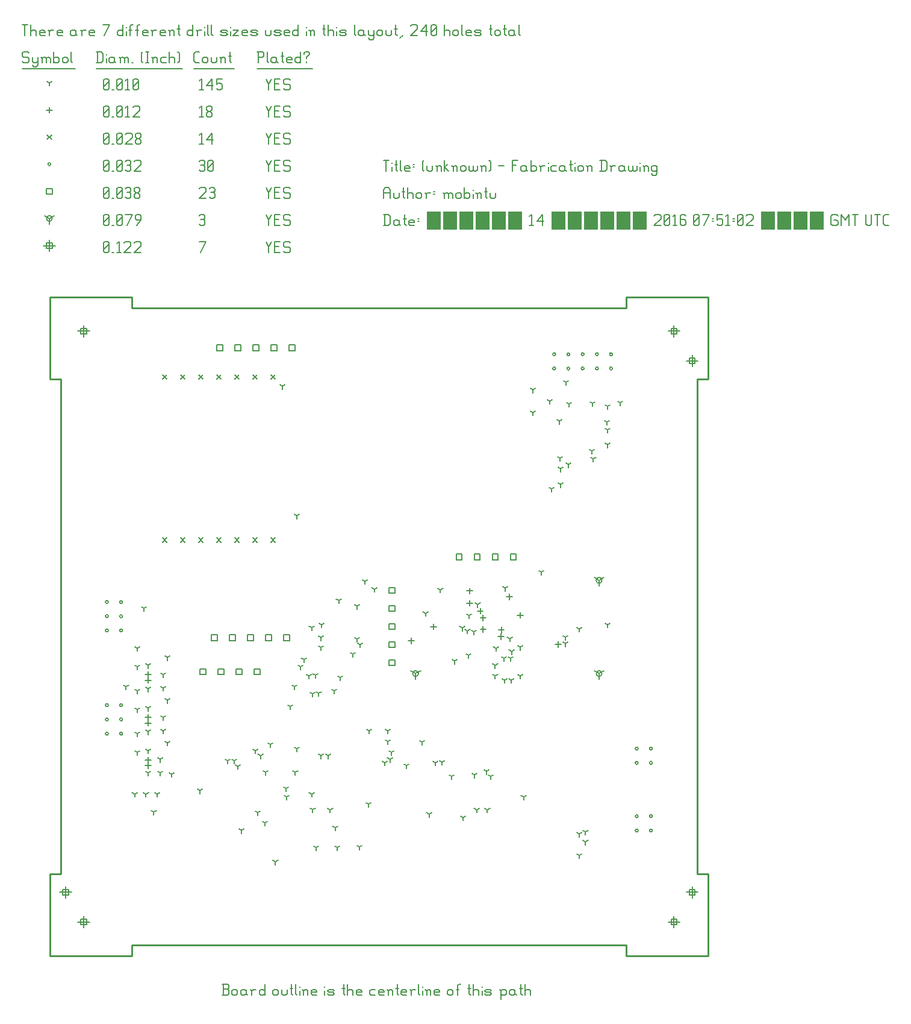
<source format=gbr>
G04 start of page 12 for group -3984 idx -3984 *
G04 Title: (unknown), fab *
G04 Creator: pcb 20140316 *
G04 CreationDate: Δευ 14 Μάρ 2016 07:51:02 μμ GMT UTC *
G04 For: mobintu *
G04 Format: Gerber/RS-274X *
G04 PCB-Dimensions (mm): 100.00 100.00 *
G04 PCB-Coordinate-Origin: lower left *
%MOMM*%
%FSLAX43Y43*%
%LNFAB*%
%ADD193C,0.002*%
%ADD192C,0.254*%
%ADD191C,0.191*%
%ADD190C,0.152*%
%ADD189C,0.203*%
%ADD188C,0.200*%
%ADD187C,0.200*%
G54D187*X3900Y84100D02*X5400D01*
X15400Y95600D02*Y94100D01*
X84900D01*
X3900Y84100D02*Y95600D01*
X15400D01*
X84900Y94100D02*Y95600D01*
X94900Y84100D02*Y14600D01*
Y84100D02*X96400D01*
G54D188*Y14600D02*X94900D01*
G54D187*X84900Y95600D02*X96400D01*
Y84100D01*
X5400Y14600D02*X3900D01*
X15400Y3100D02*Y4600D01*
X3900Y3100D02*X15400D01*
X3900D02*Y14600D01*
X5400Y84100D02*Y14600D01*
X15400Y4600D02*X84900D01*
Y3100D01*
X96400D01*
Y14600D01*
G54D189*X8650Y91663D02*Y90037D01*
X7837Y90850D02*X9463D01*
X8244Y91256D02*X9056D01*
X8244D02*Y90444D01*
X9056D01*
Y91256D02*Y90444D01*
X91650Y91663D02*Y90037D01*
X90837Y90850D02*X92463D01*
X91244Y91256D02*X92056D01*
X91244D02*Y90444D01*
X92056D01*
Y91256D02*Y90444D01*
X91650Y8663D02*Y7037D01*
X90837Y7850D02*X92463D01*
X91244Y8256D02*X92056D01*
X91244D02*Y7444D01*
X92056D01*
Y8256D02*Y7444D01*
X6100Y12833D02*Y11207D01*
X5287Y12020D02*X6912D01*
X5693Y12426D02*X6506D01*
X5693D02*Y11614D01*
X6506D01*
Y12426D02*Y11614D01*
X8650Y8663D02*Y7037D01*
X7837Y7850D02*X9463D01*
X8243Y8256D02*X9056D01*
X8243D02*Y7444D01*
X9056D01*
Y8256D02*Y7444D01*
X94200Y87493D02*Y85867D01*
X93387Y86680D02*X95013D01*
X93793Y87086D02*X94606D01*
X93793D02*Y86274D01*
X94606D01*
Y87086D02*Y86274D01*
X94200Y12833D02*Y11207D01*
X93387Y12020D02*X95013D01*
X93793Y12426D02*X94606D01*
X93793D02*Y11614D01*
X94606D01*
Y12426D02*Y11614D01*
X3810Y103670D02*Y102045D01*
X2997Y102858D02*X4623D01*
X3404Y103264D02*X4216D01*
X3404D02*Y102451D01*
X4216D01*
Y103264D02*Y102451D01*
G54D190*X34290Y103429D02*X34671Y102667D01*
X35052Y103429D01*
X34671Y102667D02*Y101905D01*
X35509Y102743D02*X36081D01*
X35509Y101905D02*X36271D01*
X35509Y103429D02*Y101905D01*
Y103429D02*X36271D01*
X37490D02*X37681Y103239D01*
X36919Y103429D02*X37490D01*
X36728Y103239D02*X36919Y103429D01*
X36728Y103239D02*Y102858D01*
X36919Y102667D01*
X37490D01*
X37681Y102477D01*
Y102096D01*
X37490Y101905D02*X37681Y102096D01*
X36919Y101905D02*X37490D01*
X36728Y102096D02*X36919Y101905D01*
X25082D02*X25844Y103429D01*
X24892D02*X25844D01*
X11430Y102096D02*X11620Y101905D01*
X11430Y103239D02*Y102096D01*
Y103239D02*X11620Y103429D01*
X12002D01*
X12192Y103239D01*
Y102096D01*
X12002Y101905D02*X12192Y102096D01*
X11620Y101905D02*X12002D01*
X11430Y102286D02*X12192Y103048D01*
X12649Y101905D02*X12840D01*
X13297Y103124D02*X13602Y103429D01*
Y101905D01*
X13297D02*X13868D01*
X14326Y103239D02*X14516Y103429D01*
X15088D01*
X15278Y103239D01*
Y102858D01*
X14326Y101905D02*X15278Y102858D01*
X14326Y101905D02*X15278D01*
X15735Y103239D02*X15926Y103429D01*
X16497D01*
X16688Y103239D01*
Y102858D01*
X15735Y101905D02*X16688Y102858D01*
X15735Y101905D02*X16688D01*
X81112Y55847D02*Y55034D01*
Y55847D02*X81816Y56253D01*
X81112Y55847D02*X80407Y56253D01*
X80705Y55847D02*G75*G03X81518Y55847I406J0D01*G01*
G75*G03X80705Y55847I-406J0D01*G01*
X55312Y42747D02*Y41934D01*
Y42747D02*X56016Y43153D01*
X55312Y42747D02*X54607Y43153D01*
X54905Y42747D02*G75*G03X55718Y42747I406J0D01*G01*
G75*G03X54905Y42747I-406J0D01*G01*
X81112D02*Y41934D01*
Y42747D02*X81816Y43153D01*
X81112Y42747D02*X80407Y43153D01*
X80705Y42747D02*G75*G03X81518Y42747I406J0D01*G01*
G75*G03X80705Y42747I-406J0D01*G01*
X3810Y106668D02*Y105855D01*
Y106668D02*X4514Y107074D01*
X3810Y106668D02*X3106Y107074D01*
X3404Y106668D02*G75*G03X4216Y106668I406J0D01*G01*
G75*G03X3404Y106668I-406J0D01*G01*
X34290Y107239D02*X34671Y106477D01*
X35052Y107239D01*
X34671Y106477D02*Y105715D01*
X35509Y106553D02*X36081D01*
X35509Y105715D02*X36271D01*
X35509Y107239D02*Y105715D01*
Y107239D02*X36271D01*
X37490D02*X37681Y107049D01*
X36919Y107239D02*X37490D01*
X36728Y107049D02*X36919Y107239D01*
X36728Y107049D02*Y106668D01*
X36919Y106477D01*
X37490D01*
X37681Y106287D01*
Y105906D01*
X37490Y105715D02*X37681Y105906D01*
X36919Y105715D02*X37490D01*
X36728Y105906D02*X36919Y105715D01*
X24892Y107049D02*X25082Y107239D01*
X25464D01*
X25654Y107049D01*
X25464Y105715D02*X25654Y105906D01*
X25082Y105715D02*X25464D01*
X24892Y105906D02*X25082Y105715D01*
Y106553D02*X25464D01*
X25654Y107049D02*Y106744D01*
Y106363D02*Y105906D01*
Y106363D02*X25464Y106553D01*
X25654Y106744D02*X25464Y106553D01*
X11430Y105906D02*X11620Y105715D01*
X11430Y107049D02*Y105906D01*
Y107049D02*X11620Y107239D01*
X12002D01*
X12192Y107049D01*
Y105906D01*
X12002Y105715D02*X12192Y105906D01*
X11620Y105715D02*X12002D01*
X11430Y106096D02*X12192Y106858D01*
X12649Y105715D02*X12840D01*
X13297Y105906D02*X13487Y105715D01*
X13297Y107049D02*Y105906D01*
Y107049D02*X13487Y107239D01*
X13868D01*
X14059Y107049D01*
Y105906D01*
X13868Y105715D02*X14059Y105906D01*
X13487Y105715D02*X13868D01*
X13297Y106096D02*X14059Y106858D01*
X14707Y105715D02*X15469Y107239D01*
X14516D02*X15469D01*
X16116Y105715D02*X16688Y106477D01*
Y107049D02*Y106477D01*
X16497Y107239D02*X16688Y107049D01*
X16116Y107239D02*X16497D01*
X15926Y107049D02*X16116Y107239D01*
X15926Y107049D02*Y106668D01*
X16116Y106477D01*
X16688D01*
X24993Y43406D02*X25806D01*
X24993D02*Y42594D01*
X25806D01*
Y43406D02*Y42594D01*
X27533Y43406D02*X28346D01*
X27533D02*Y42594D01*
X28346D01*
Y43406D02*Y42594D01*
X30073Y43406D02*X30886D01*
X30073D02*Y42594D01*
X30886D01*
Y43406D02*Y42594D01*
X32613Y43406D02*X33426D01*
X32613D02*Y42594D01*
X33426D01*
Y43406D02*Y42594D01*
X61013Y59556D02*X61826D01*
X61013D02*Y58744D01*
X61826D01*
Y59556D02*Y58744D01*
X63553Y59556D02*X64366D01*
X63553D02*Y58744D01*
X64366D01*
Y59556D02*Y58744D01*
X66093Y59556D02*X66906D01*
X66093D02*Y58744D01*
X66906D01*
Y59556D02*Y58744D01*
X68633Y59556D02*X69446D01*
X68633D02*Y58744D01*
X69446D01*
Y59556D02*Y58744D01*
X51593Y54836D02*X52406D01*
X51593D02*Y54024D01*
X52406D01*
Y54836D02*Y54024D01*
X51593Y52296D02*X52406D01*
X51593D02*Y51484D01*
X52406D01*
Y52296D02*Y51484D01*
X51593Y49756D02*X52406D01*
X51593D02*Y48944D01*
X52406D01*
Y49756D02*Y48944D01*
X51593Y47216D02*X52406D01*
X51593D02*Y46404D01*
X52406D01*
Y47216D02*Y46404D01*
X51593Y44676D02*X52406D01*
X51593D02*Y43864D01*
X52406D01*
Y44676D02*Y43864D01*
X37513Y88906D02*X38326D01*
X37513D02*Y88094D01*
X38326D01*
Y88906D02*Y88094D01*
X34973Y88906D02*X35786D01*
X34973D02*Y88094D01*
X35786D01*
Y88906D02*Y88094D01*
X32433Y88906D02*X33246D01*
X32433D02*Y88094D01*
X33246D01*
Y88906D02*Y88094D01*
X29893Y88906D02*X30706D01*
X29893D02*Y88094D01*
X30706D01*
Y88906D02*Y88094D01*
X27353Y88906D02*X28166D01*
X27353D02*Y88094D01*
X28166D01*
Y88906D02*Y88094D01*
X26633Y48206D02*X27446D01*
X26633D02*Y47394D01*
X27446D01*
Y48206D02*Y47394D01*
X29173Y48206D02*X29986D01*
X29173D02*Y47394D01*
X29986D01*
Y48206D02*Y47394D01*
X31713Y48206D02*X32526D01*
X31713D02*Y47394D01*
X32526D01*
Y48206D02*Y47394D01*
X34253Y48206D02*X35066D01*
X34253D02*Y47394D01*
X35066D01*
Y48206D02*Y47394D01*
X36793Y48206D02*X37606D01*
X36793D02*Y47394D01*
X37606D01*
Y48206D02*Y47394D01*
X3404Y110884D02*X4216D01*
X3404D02*Y110071D01*
X4216D01*
Y110884D02*Y110071D01*
X34290Y111049D02*X34671Y110287D01*
X35052Y111049D01*
X34671Y110287D02*Y109525D01*
X35509Y110363D02*X36081D01*
X35509Y109525D02*X36271D01*
X35509Y111049D02*Y109525D01*
Y111049D02*X36271D01*
X37490D02*X37681Y110859D01*
X36919Y111049D02*X37490D01*
X36728Y110859D02*X36919Y111049D01*
X36728Y110859D02*Y110478D01*
X36919Y110287D01*
X37490D01*
X37681Y110097D01*
Y109716D01*
X37490Y109525D02*X37681Y109716D01*
X36919Y109525D02*X37490D01*
X36728Y109716D02*X36919Y109525D01*
X24892Y110859D02*X25082Y111049D01*
X25654D01*
X25844Y110859D01*
Y110478D01*
X24892Y109525D02*X25844Y110478D01*
X24892Y109525D02*X25844D01*
X26302Y110859D02*X26492Y111049D01*
X26873D01*
X27064Y110859D01*
X26873Y109525D02*X27064Y109716D01*
X26492Y109525D02*X26873D01*
X26302Y109716D02*X26492Y109525D01*
Y110363D02*X26873D01*
X27064Y110859D02*Y110554D01*
Y110173D02*Y109716D01*
Y110173D02*X26873Y110363D01*
X27064Y110554D02*X26873Y110363D01*
X11430Y109716D02*X11620Y109525D01*
X11430Y110859D02*Y109716D01*
Y110859D02*X11620Y111049D01*
X12002D01*
X12192Y110859D01*
Y109716D01*
X12002Y109525D02*X12192Y109716D01*
X11620Y109525D02*X12002D01*
X11430Y109906D02*X12192Y110668D01*
X12649Y109525D02*X12840D01*
X13297Y109716D02*X13487Y109525D01*
X13297Y110859D02*Y109716D01*
Y110859D02*X13487Y111049D01*
X13868D01*
X14059Y110859D01*
Y109716D01*
X13868Y109525D02*X14059Y109716D01*
X13487Y109525D02*X13868D01*
X13297Y109906D02*X14059Y110668D01*
X14516Y110859D02*X14707Y111049D01*
X15088D01*
X15278Y110859D01*
X15088Y109525D02*X15278Y109716D01*
X14707Y109525D02*X15088D01*
X14516Y109716D02*X14707Y109525D01*
Y110363D02*X15088D01*
X15278Y110859D02*Y110554D01*
Y110173D02*Y109716D01*
Y110173D02*X15088Y110363D01*
X15278Y110554D02*X15088Y110363D01*
X15735Y109716D02*X15926Y109525D01*
X15735Y110020D02*Y109716D01*
Y110020D02*X16002Y110287D01*
X16231D01*
X16497Y110020D01*
Y109716D01*
X16307Y109525D02*X16497Y109716D01*
X15926Y109525D02*X16307D01*
X15735Y110554D02*X16002Y110287D01*
X15735Y110859D02*Y110554D01*
Y110859D02*X15926Y111049D01*
X16307D01*
X16497Y110859D01*
Y110554D01*
X16231Y110287D02*X16497Y110554D01*
X88197Y32200D02*G75*G03X88603Y32200I203J0D01*G01*
G75*G03X88197Y32200I-203J0D01*G01*
X86197D02*G75*G03X86603Y32200I203J0D01*G01*
G75*G03X86197Y32200I-203J0D01*G01*
X88197Y30200D02*G75*G03X88603Y30200I203J0D01*G01*
G75*G03X88197Y30200I-203J0D01*G01*
X86197D02*G75*G03X86603Y30200I203J0D01*G01*
G75*G03X86197Y30200I-203J0D01*G01*
X88197Y22700D02*G75*G03X88603Y22700I203J0D01*G01*
G75*G03X88197Y22700I-203J0D01*G01*
X86197D02*G75*G03X86603Y22700I203J0D01*G01*
G75*G03X86197Y22700I-203J0D01*G01*
X88197Y20700D02*G75*G03X88603Y20700I203J0D01*G01*
G75*G03X88197Y20700I-203J0D01*G01*
X86197D02*G75*G03X86603Y20700I203J0D01*G01*
G75*G03X86197Y20700I-203J0D01*G01*
X74597Y85600D02*G75*G03X75003Y85600I203J0D01*G01*
G75*G03X74597Y85600I-203J0D01*G01*
Y87600D02*G75*G03X75003Y87600I203J0D01*G01*
G75*G03X74597Y87600I-203J0D01*G01*
X76597Y85600D02*G75*G03X77003Y85600I203J0D01*G01*
G75*G03X76597Y85600I-203J0D01*G01*
Y87600D02*G75*G03X77003Y87600I203J0D01*G01*
G75*G03X76597Y87600I-203J0D01*G01*
X78597Y85600D02*G75*G03X79003Y85600I203J0D01*G01*
G75*G03X78597Y85600I-203J0D01*G01*
Y87600D02*G75*G03X79003Y87600I203J0D01*G01*
G75*G03X78597Y87600I-203J0D01*G01*
X80597Y85600D02*G75*G03X81003Y85600I203J0D01*G01*
G75*G03X80597Y85600I-203J0D01*G01*
Y87600D02*G75*G03X81003Y87600I203J0D01*G01*
G75*G03X80597Y87600I-203J0D01*G01*
X82597Y85600D02*G75*G03X83003Y85600I203J0D01*G01*
G75*G03X82597Y85600I-203J0D01*G01*
Y87600D02*G75*G03X83003Y87600I203J0D01*G01*
G75*G03X82597Y87600I-203J0D01*G01*
X11697Y34300D02*G75*G03X12103Y34300I203J0D01*G01*
G75*G03X11697Y34300I-203J0D01*G01*
X13697D02*G75*G03X14103Y34300I203J0D01*G01*
G75*G03X13697Y34300I-203J0D01*G01*
X11697Y36300D02*G75*G03X12103Y36300I203J0D01*G01*
G75*G03X11697Y36300I-203J0D01*G01*
X13697D02*G75*G03X14103Y36300I203J0D01*G01*
G75*G03X13697Y36300I-203J0D01*G01*
X11697Y38300D02*G75*G03X12103Y38300I203J0D01*G01*
G75*G03X11697Y38300I-203J0D01*G01*
X13697D02*G75*G03X14103Y38300I203J0D01*G01*
G75*G03X13697Y38300I-203J0D01*G01*
Y52800D02*G75*G03X14103Y52800I203J0D01*G01*
G75*G03X13697Y52800I-203J0D01*G01*
X11697D02*G75*G03X12103Y52800I203J0D01*G01*
G75*G03X11697Y52800I-203J0D01*G01*
X13697Y50800D02*G75*G03X14103Y50800I203J0D01*G01*
G75*G03X13697Y50800I-203J0D01*G01*
X11697D02*G75*G03X12103Y50800I203J0D01*G01*
G75*G03X11697Y50800I-203J0D01*G01*
X13697Y48800D02*G75*G03X14103Y48800I203J0D01*G01*
G75*G03X13697Y48800I-203J0D01*G01*
X11697D02*G75*G03X12103Y48800I203J0D01*G01*
G75*G03X11697Y48800I-203J0D01*G01*
X3607Y114288D02*G75*G03X4013Y114288I203J0D01*G01*
G75*G03X3607Y114288I-203J0D01*G01*
X34290Y114859D02*X34671Y114097D01*
X35052Y114859D01*
X34671Y114097D02*Y113335D01*
X35509Y114173D02*X36081D01*
X35509Y113335D02*X36271D01*
X35509Y114859D02*Y113335D01*
Y114859D02*X36271D01*
X37490D02*X37681Y114669D01*
X36919Y114859D02*X37490D01*
X36728Y114669D02*X36919Y114859D01*
X36728Y114669D02*Y114288D01*
X36919Y114097D01*
X37490D01*
X37681Y113907D01*
Y113526D01*
X37490Y113335D02*X37681Y113526D01*
X36919Y113335D02*X37490D01*
X36728Y113526D02*X36919Y113335D01*
X24892Y114669D02*X25082Y114859D01*
X25464D01*
X25654Y114669D01*
X25464Y113335D02*X25654Y113526D01*
X25082Y113335D02*X25464D01*
X24892Y113526D02*X25082Y113335D01*
Y114173D02*X25464D01*
X25654Y114669D02*Y114364D01*
Y113983D02*Y113526D01*
Y113983D02*X25464Y114173D01*
X25654Y114364D02*X25464Y114173D01*
X26111Y113526D02*X26302Y113335D01*
X26111Y114669D02*Y113526D01*
Y114669D02*X26302Y114859D01*
X26683D01*
X26873Y114669D01*
Y113526D01*
X26683Y113335D02*X26873Y113526D01*
X26302Y113335D02*X26683D01*
X26111Y113716D02*X26873Y114478D01*
X11430Y113526D02*X11620Y113335D01*
X11430Y114669D02*Y113526D01*
Y114669D02*X11620Y114859D01*
X12002D01*
X12192Y114669D01*
Y113526D01*
X12002Y113335D02*X12192Y113526D01*
X11620Y113335D02*X12002D01*
X11430Y113716D02*X12192Y114478D01*
X12649Y113335D02*X12840D01*
X13297Y113526D02*X13487Y113335D01*
X13297Y114669D02*Y113526D01*
Y114669D02*X13487Y114859D01*
X13868D01*
X14059Y114669D01*
Y113526D01*
X13868Y113335D02*X14059Y113526D01*
X13487Y113335D02*X13868D01*
X13297Y113716D02*X14059Y114478D01*
X14516Y114669D02*X14707Y114859D01*
X15088D01*
X15278Y114669D01*
X15088Y113335D02*X15278Y113526D01*
X14707Y113335D02*X15088D01*
X14516Y113526D02*X14707Y113335D01*
Y114173D02*X15088D01*
X15278Y114669D02*Y114364D01*
Y113983D02*Y113526D01*
Y113983D02*X15088Y114173D01*
X15278Y114364D02*X15088Y114173D01*
X15735Y114669D02*X15926Y114859D01*
X16497D01*
X16688Y114669D01*
Y114288D01*
X15735Y113335D02*X16688Y114288D01*
X15735Y113335D02*X16688D01*
X34995Y84705D02*X35605Y84095D01*
X34995D02*X35605Y84705D01*
X32455D02*X33065Y84095D01*
X32455D02*X33065Y84705D01*
X29915D02*X30525Y84095D01*
X29915D02*X30525Y84705D01*
X27375D02*X27985Y84095D01*
X27375D02*X27985Y84705D01*
X24835D02*X25445Y84095D01*
X24835D02*X25445Y84705D01*
X22295D02*X22905Y84095D01*
X22295D02*X22905Y84705D01*
X19755D02*X20365Y84095D01*
X19755D02*X20365Y84705D01*
X19755Y61805D02*X20365Y61195D01*
X19755D02*X20365Y61805D01*
X22295D02*X22905Y61195D01*
X22295D02*X22905Y61805D01*
X24835D02*X25445Y61195D01*
X24835D02*X25445Y61805D01*
X27375D02*X27985Y61195D01*
X27375D02*X27985Y61805D01*
X29915D02*X30525Y61195D01*
X29915D02*X30525Y61805D01*
X32455D02*X33065Y61195D01*
X32455D02*X33065Y61805D01*
X34995D02*X35605Y61195D01*
X34995D02*X35605Y61805D01*
X3505Y118402D02*X4115Y117793D01*
X3505D02*X4115Y118402D01*
X34290Y118669D02*X34671Y117907D01*
X35052Y118669D01*
X34671Y117907D02*Y117145D01*
X35509Y117983D02*X36081D01*
X35509Y117145D02*X36271D01*
X35509Y118669D02*Y117145D01*
Y118669D02*X36271D01*
X37490D02*X37681Y118479D01*
X36919Y118669D02*X37490D01*
X36728Y118479D02*X36919Y118669D01*
X36728Y118479D02*Y118098D01*
X36919Y117907D01*
X37490D01*
X37681Y117717D01*
Y117336D01*
X37490Y117145D02*X37681Y117336D01*
X36919Y117145D02*X37490D01*
X36728Y117336D02*X36919Y117145D01*
X24892Y118364D02*X25197Y118669D01*
Y117145D01*
X24892D02*X25464D01*
X25921Y117717D02*X26683Y118669D01*
X25921Y117717D02*X26873D01*
X26683Y118669D02*Y117145D01*
X11430Y117336D02*X11620Y117145D01*
X11430Y118479D02*Y117336D01*
Y118479D02*X11620Y118669D01*
X12002D01*
X12192Y118479D01*
Y117336D01*
X12002Y117145D02*X12192Y117336D01*
X11620Y117145D02*X12002D01*
X11430Y117526D02*X12192Y118288D01*
X12649Y117145D02*X12840D01*
X13297Y117336D02*X13487Y117145D01*
X13297Y118479D02*Y117336D01*
Y118479D02*X13487Y118669D01*
X13868D01*
X14059Y118479D01*
Y117336D01*
X13868Y117145D02*X14059Y117336D01*
X13487Y117145D02*X13868D01*
X13297Y117526D02*X14059Y118288D01*
X14516Y118479D02*X14707Y118669D01*
X15278D01*
X15469Y118479D01*
Y118098D01*
X14516Y117145D02*X15469Y118098D01*
X14516Y117145D02*X15469D01*
X15926Y117336D02*X16116Y117145D01*
X15926Y117640D02*Y117336D01*
Y117640D02*X16193Y117907D01*
X16421D01*
X16688Y117640D01*
Y117336D01*
X16497Y117145D02*X16688Y117336D01*
X16116Y117145D02*X16497D01*
X15926Y118174D02*X16193Y117907D01*
X15926Y118479D02*Y118174D01*
Y118479D02*X16116Y118669D01*
X16497D01*
X16688Y118479D01*
Y118174D01*
X16421Y117907D02*X16688Y118174D01*
X17700Y30206D02*Y29393D01*
X17293Y29800D02*X18106D01*
X17700Y31006D02*Y30193D01*
X17293Y30600D02*X18106D01*
X17700Y42206D02*Y41394D01*
X17293Y41800D02*X18106D01*
X17700Y43007D02*Y42194D01*
X17293Y42600D02*X18106D01*
X17700Y36206D02*Y35394D01*
X17293Y35800D02*X18106D01*
X17700Y37007D02*Y36194D01*
X17293Y36600D02*X18106D01*
X68511Y53953D02*Y53141D01*
X68105Y53547D02*X68918D01*
X70012Y51353D02*Y50540D01*
X69605Y50947D02*X70418D01*
X64811Y51003D02*Y50190D01*
X64405Y50597D02*X65218D01*
X67362Y49303D02*Y48490D01*
X66955Y48897D02*X67768D01*
X67312Y48353D02*Y47540D01*
X66905Y47947D02*X67718D01*
X64811Y49353D02*Y48540D01*
X64405Y48947D02*X65218D01*
X62911Y53053D02*Y52240D01*
X62505Y52647D02*X63318D01*
X62911Y54753D02*Y53940D01*
X62505Y54347D02*X63318D01*
X57811Y49753D02*Y48940D01*
X57405Y49347D02*X58218D01*
X64411Y51954D02*Y51141D01*
X64005Y51547D02*X64818D01*
X75350Y47256D02*Y46444D01*
X74943Y46850D02*X75756D01*
X54712Y47754D02*Y46941D01*
X54305Y47347D02*X55118D01*
X3810Y122314D02*Y121501D01*
X3404Y121908D02*X4216D01*
X34290Y122479D02*X34671Y121717D01*
X35052Y122479D01*
X34671Y121717D02*Y120955D01*
X35509Y121793D02*X36081D01*
X35509Y120955D02*X36271D01*
X35509Y122479D02*Y120955D01*
Y122479D02*X36271D01*
X37490D02*X37681Y122289D01*
X36919Y122479D02*X37490D01*
X36728Y122289D02*X36919Y122479D01*
X36728Y122289D02*Y121908D01*
X36919Y121717D01*
X37490D01*
X37681Y121527D01*
Y121146D01*
X37490Y120955D02*X37681Y121146D01*
X36919Y120955D02*X37490D01*
X36728Y121146D02*X36919Y120955D01*
X24892Y122174D02*X25197Y122479D01*
Y120955D01*
X24892D02*X25464D01*
X25921Y121146D02*X26111Y120955D01*
X25921Y121450D02*Y121146D01*
Y121450D02*X26187Y121717D01*
X26416D01*
X26683Y121450D01*
Y121146D01*
X26492Y120955D02*X26683Y121146D01*
X26111Y120955D02*X26492D01*
X25921Y121984D02*X26187Y121717D01*
X25921Y122289D02*Y121984D01*
Y122289D02*X26111Y122479D01*
X26492D01*
X26683Y122289D01*
Y121984D01*
X26416Y121717D02*X26683Y121984D01*
X11430Y121146D02*X11620Y120955D01*
X11430Y122289D02*Y121146D01*
Y122289D02*X11620Y122479D01*
X12002D01*
X12192Y122289D01*
Y121146D01*
X12002Y120955D02*X12192Y121146D01*
X11620Y120955D02*X12002D01*
X11430Y121336D02*X12192Y122098D01*
X12649Y120955D02*X12840D01*
X13297Y121146D02*X13487Y120955D01*
X13297Y122289D02*Y121146D01*
Y122289D02*X13487Y122479D01*
X13868D01*
X14059Y122289D01*
Y121146D01*
X13868Y120955D02*X14059Y121146D01*
X13487Y120955D02*X13868D01*
X13297Y121336D02*X14059Y122098D01*
X14516Y122174D02*X14821Y122479D01*
Y120955D01*
X14516D02*X15088D01*
X15545Y122289D02*X15735Y122479D01*
X16307D01*
X16497Y122289D01*
Y121908D01*
X15545Y120955D02*X16497Y121908D01*
X15545Y120955D02*X16497D01*
X18500Y23300D02*Y22894D01*
Y23300D02*X18852Y23503D01*
X18500Y23300D02*X18147Y23503D01*
X21000Y28600D02*Y28194D01*
Y28600D02*X21352Y28803D01*
X21000Y28600D02*X20648Y28803D01*
X19000Y25800D02*Y25394D01*
Y25800D02*X19352Y26003D01*
X19000Y25800D02*X18648Y26003D01*
X17400Y25800D02*Y25394D01*
Y25800D02*X17752Y26003D01*
X17400Y25800D02*X17047Y26003D01*
X37100Y26600D02*Y26194D01*
Y26600D02*X37452Y26803D01*
X37100Y26600D02*X36747Y26803D01*
X35600Y16300D02*Y15894D01*
Y16300D02*X35952Y16503D01*
X35600Y16300D02*X35248Y16503D01*
X51400Y33200D02*Y32794D01*
Y33200D02*X51752Y33403D01*
X51400Y33200D02*X51048Y33403D01*
X51400Y34700D02*Y34294D01*
Y34700D02*X51752Y34903D01*
X51400Y34700D02*X51048Y34903D01*
X37200Y25400D02*Y24994D01*
Y25400D02*X37552Y25603D01*
X37200Y25400D02*X36847Y25603D01*
X40850Y23650D02*Y23244D01*
Y23650D02*X41202Y23853D01*
X40850Y23650D02*X40497Y23853D01*
X40700Y25800D02*Y25394D01*
Y25800D02*X41052Y26003D01*
X40700Y25800D02*X40348Y26003D01*
X38400Y28900D02*Y28494D01*
Y28900D02*X38752Y29103D01*
X38400Y28900D02*X38048Y29103D01*
X25000Y26300D02*Y25894D01*
Y26300D02*X25352Y26503D01*
X25000Y26300D02*X24648Y26503D01*
X37700Y38100D02*Y37694D01*
Y38100D02*X38052Y38303D01*
X37700Y38100D02*X37348Y38303D01*
X34200Y28900D02*Y28494D01*
Y28900D02*X34552Y29103D01*
X34200Y28900D02*X33847Y29103D01*
X41300Y18300D02*Y17894D01*
Y18300D02*X41652Y18503D01*
X41300Y18300D02*X40948Y18503D01*
X44300Y18300D02*Y17894D01*
Y18300D02*X44652Y18503D01*
X44300Y18300D02*X43948Y18503D01*
X44000Y21100D02*Y20694D01*
Y21100D02*X44352Y21303D01*
X44000Y21100D02*X43648Y21303D01*
X48678Y24409D02*Y24003D01*
Y24409D02*X49030Y24612D01*
X48678Y24409D02*X48326Y24612D01*
X43300Y23600D02*Y23194D01*
Y23600D02*X43652Y23803D01*
X43300Y23600D02*X42948Y23803D01*
X38600Y32200D02*Y31794D01*
Y32200D02*X38952Y32403D01*
X38600Y32200D02*X38248Y32403D01*
X34900Y32800D02*Y32394D01*
Y32800D02*X35252Y33003D01*
X34900Y32800D02*X34548Y33003D01*
X33100Y23200D02*Y22794D01*
Y23200D02*X33452Y23403D01*
X33100Y23200D02*X32748Y23403D01*
X80200Y80700D02*Y80294D01*
Y80700D02*X80552Y80903D01*
X80200Y80700D02*X79848Y80903D01*
X76434Y83642D02*Y83236D01*
Y83642D02*X76787Y83846D01*
X76434Y83642D02*X76082Y83846D01*
X76900Y80600D02*Y80194D01*
Y80600D02*X77252Y80804D01*
X76900Y80600D02*X76548Y80804D01*
X74200Y81000D02*Y80594D01*
Y81000D02*X74552Y81203D01*
X74200Y81000D02*X73848Y81203D01*
X75500Y78200D02*Y77794D01*
Y78200D02*X75852Y78403D01*
X75500Y78200D02*X75148Y78403D01*
X82300Y80300D02*Y79894D01*
Y80300D02*X82652Y80503D01*
X82300Y80300D02*X81948Y80503D01*
X82200Y78100D02*Y77694D01*
Y78100D02*X82552Y78303D01*
X82200Y78100D02*X81848Y78303D01*
X82300Y77000D02*Y76594D01*
Y77000D02*X82652Y77203D01*
X82300Y77000D02*X81948Y77203D01*
X84100Y80800D02*Y80394D01*
Y80800D02*X84452Y81003D01*
X84100Y80800D02*X83748Y81003D01*
X76800Y72100D02*Y71694D01*
Y72100D02*X77152Y72303D01*
X76800Y72100D02*X76448Y72303D01*
X80300Y72900D02*Y72494D01*
Y72900D02*X80652Y73103D01*
X80300Y72900D02*X79948Y73103D01*
X80100Y74000D02*Y73594D01*
Y74000D02*X80452Y74203D01*
X80100Y74000D02*X79748Y74203D01*
X75600Y73000D02*Y72594D01*
Y73000D02*X75952Y73203D01*
X75600Y73000D02*X75248Y73203D01*
X71800Y79400D02*Y78994D01*
Y79400D02*X72152Y79603D01*
X71800Y79400D02*X71448Y79603D01*
X82300Y74900D02*Y74494D01*
Y74900D02*X82652Y75103D01*
X82300Y74900D02*X81948Y75103D01*
X71800Y82600D02*Y82194D01*
Y82600D02*X72152Y82804D01*
X71800Y82600D02*X71448Y82804D01*
X17700Y28800D02*Y28394D01*
Y28800D02*X18052Y29003D01*
X17700Y28800D02*X17348Y29003D01*
X19400Y28800D02*Y28394D01*
Y28800D02*X19752Y29003D01*
X19400Y28800D02*X19048Y29003D01*
X17700Y31900D02*Y31494D01*
Y31900D02*X18052Y32103D01*
X17700Y31900D02*X17348Y32103D01*
X17700Y34600D02*Y34194D01*
Y34600D02*X18052Y34803D01*
X17700Y34600D02*X17348Y34803D01*
X17700Y37900D02*Y37494D01*
Y37900D02*X18052Y38103D01*
X17700Y37900D02*X17348Y38103D01*
X17700Y40600D02*Y40194D01*
Y40600D02*X18052Y40803D01*
X17700Y40600D02*X17348Y40803D01*
X17700Y43900D02*Y43494D01*
Y43900D02*X18052Y44103D01*
X17700Y43900D02*X17348Y44103D01*
X20400Y33000D02*Y32594D01*
Y33000D02*X20752Y33203D01*
X20400Y33000D02*X20048Y33203D01*
X20400Y39000D02*Y38594D01*
Y39000D02*X20752Y39203D01*
X20400Y39000D02*X20048Y39203D01*
X19800Y40700D02*Y40294D01*
Y40700D02*X20152Y40903D01*
X19800Y40700D02*X19448Y40903D01*
X19800Y42600D02*Y42194D01*
Y42600D02*X20152Y42803D01*
X19800Y42600D02*X19448Y42803D01*
X19800Y34700D02*Y34294D01*
Y34700D02*X20152Y34903D01*
X19800Y34700D02*X19448Y34903D01*
X19800Y36600D02*Y36194D01*
Y36600D02*X20152Y36803D01*
X19800Y36600D02*X19448Y36803D01*
X20400Y45000D02*Y44594D01*
Y45000D02*X20752Y45203D01*
X20400Y45000D02*X20048Y45203D01*
X19400Y30700D02*Y30294D01*
Y30700D02*X19752Y30903D01*
X19400Y30700D02*X19048Y30903D01*
X14600Y40900D02*Y40494D01*
Y40900D02*X14952Y41103D01*
X14600Y40900D02*X14248Y41103D01*
X16200Y40300D02*Y39894D01*
Y40300D02*X16552Y40503D01*
X16200Y40300D02*X15848Y40503D01*
X16200Y37700D02*Y37294D01*
Y37700D02*X16552Y37903D01*
X16200Y37700D02*X15848Y37903D01*
X16200Y43700D02*Y43294D01*
Y43700D02*X16552Y43903D01*
X16200Y43700D02*X15848Y43903D01*
X16200Y34300D02*Y33894D01*
Y34300D02*X16552Y34503D01*
X16200Y34300D02*X15848Y34503D01*
X16200Y31700D02*Y31294D01*
Y31700D02*X16552Y31903D01*
X16200Y31700D02*X15848Y31903D01*
X16200Y46300D02*Y45894D01*
Y46300D02*X16552Y46503D01*
X16200Y46300D02*X15848Y46503D01*
X30300Y29700D02*Y29294D01*
Y29700D02*X30652Y29903D01*
X30300Y29700D02*X29948Y29903D01*
X29800Y30500D02*Y30094D01*
Y30500D02*X30152Y30703D01*
X29800Y30500D02*X29448Y30703D01*
X28900Y30500D02*Y30094D01*
Y30500D02*X29252Y30703D01*
X28900Y30500D02*X28548Y30703D01*
X47500Y46800D02*Y46394D01*
Y46800D02*X47852Y47003D01*
X47500Y46800D02*X47148Y47003D01*
X51900Y31700D02*Y31294D01*
Y31700D02*X52252Y31903D01*
X51900Y31700D02*X51548Y31903D01*
X51700Y30700D02*Y30294D01*
Y30700D02*X52052Y30903D01*
X51700Y30700D02*X51348Y30903D01*
X65900Y28300D02*Y27894D01*
Y28300D02*X66252Y28503D01*
X65900Y28300D02*X65548Y28503D01*
X59000Y30300D02*Y29894D01*
Y30300D02*X59352Y30503D01*
X59000Y30300D02*X58648Y30503D01*
X60400Y28300D02*Y27894D01*
Y28300D02*X60752Y28503D01*
X60400Y28300D02*X60048Y28503D01*
X65400Y23600D02*Y23194D01*
Y23600D02*X65752Y23803D01*
X65400Y23600D02*X65048Y23803D01*
X63900Y23600D02*Y23194D01*
Y23600D02*X64252Y23803D01*
X63900Y23600D02*X63548Y23803D01*
X63600Y28500D02*Y28094D01*
Y28500D02*X63952Y28703D01*
X63600Y28500D02*X63248Y28703D01*
X57200Y23000D02*Y22594D01*
Y23000D02*X57552Y23203D01*
X57200Y23000D02*X56848Y23203D01*
X62000Y22500D02*Y22094D01*
Y22500D02*X62352Y22703D01*
X62000Y22500D02*X61648Y22703D01*
X58100Y30200D02*Y29794D01*
Y30200D02*X58452Y30403D01*
X58100Y30200D02*X57748Y30403D01*
X65300Y29000D02*Y28594D01*
Y29000D02*X65652Y29203D01*
X65300Y29000D02*X64948Y29203D01*
X70500Y25400D02*Y24994D01*
Y25400D02*X70852Y25603D01*
X70500Y25400D02*X70148Y25603D01*
X47400Y18400D02*Y17994D01*
Y18400D02*X47752Y18603D01*
X47400Y18400D02*X47048Y18603D01*
X78300Y17200D02*Y16794D01*
Y17200D02*X78652Y17403D01*
X78300Y17200D02*X77948Y17403D01*
X79200Y19100D02*Y18694D01*
Y19100D02*X79552Y19303D01*
X79200Y19100D02*X78848Y19303D01*
X79200Y20500D02*Y20094D01*
Y20500D02*X79552Y20703D01*
X79200Y20500D02*X78848Y20703D01*
X78300Y20200D02*Y19794D01*
Y20200D02*X78652Y20403D01*
X78300Y20200D02*X77948Y20403D01*
X36600Y83100D02*Y82694D01*
Y83100D02*X36952Y83303D01*
X36600Y83100D02*X36248Y83303D01*
X38600Y64900D02*Y64494D01*
Y64900D02*X38952Y65103D01*
X38600Y64900D02*X38248Y65103D01*
X42000Y46400D02*Y45994D01*
Y46400D02*X42352Y46603D01*
X42000Y46400D02*X41648Y46603D01*
X42000Y47800D02*Y47394D01*
Y47800D02*X42352Y48003D01*
X42000Y47800D02*X41648Y48003D01*
X38300Y40900D02*Y40494D01*
Y40900D02*X38652Y41103D01*
X38300Y40900D02*X37948Y41103D01*
X17100Y51900D02*Y51494D01*
Y51900D02*X17452Y52103D01*
X17100Y51900D02*X16748Y52103D01*
X47100Y52200D02*Y51794D01*
Y52200D02*X47452Y52403D01*
X47100Y52200D02*X46748Y52403D01*
X49500Y54600D02*Y54194D01*
Y54600D02*X49852Y54803D01*
X49500Y54600D02*X49148Y54803D01*
X44500Y53000D02*Y52594D01*
Y53000D02*X44852Y53203D01*
X44500Y53000D02*X44148Y53203D01*
X40700Y49200D02*Y48794D01*
Y49200D02*X41052Y49403D01*
X40700Y49200D02*X40348Y49403D01*
X40300Y42400D02*Y41994D01*
Y42400D02*X40652Y42603D01*
X40300Y42400D02*X39948Y42603D01*
X40800Y39900D02*Y39494D01*
Y39900D02*X41152Y40103D01*
X40800Y39900D02*X40448Y40103D01*
X41200Y42500D02*Y42094D01*
Y42500D02*X41552Y42703D01*
X41200Y42500D02*X40848Y42703D01*
X41700Y40000D02*Y39594D01*
Y40000D02*X42052Y40203D01*
X41700Y40000D02*X41348Y40203D01*
X42100Y49600D02*Y49194D01*
Y49600D02*X42452Y49803D01*
X42100Y49600D02*X41748Y49803D01*
X48200Y55700D02*Y55294D01*
Y55700D02*X48552Y55903D01*
X48200Y55700D02*X47848Y55903D01*
X75700Y69300D02*Y68894D01*
Y69300D02*X76052Y69503D01*
X75700Y69300D02*X75348Y69503D01*
X75700Y71500D02*Y71094D01*
Y71500D02*X76052Y71703D01*
X75700Y71500D02*X75348Y71703D01*
X74400Y68700D02*Y68294D01*
Y68700D02*X74752Y68903D01*
X74400Y68700D02*X74048Y68903D01*
X48800Y34700D02*Y34294D01*
Y34700D02*X49152Y34903D01*
X48800Y34700D02*X48448Y34903D01*
X56200Y33100D02*Y32694D01*
Y33100D02*X56552Y33303D01*
X56200Y33100D02*X55848Y33303D01*
X51000Y30200D02*Y29794D01*
Y30200D02*X51352Y30403D01*
X51000Y30200D02*X50648Y30403D01*
X54000Y29800D02*Y29394D01*
Y29800D02*X54352Y30003D01*
X54000Y29800D02*X53648Y30003D01*
X15800Y25800D02*Y25394D01*
Y25800D02*X16152Y26003D01*
X15800Y25800D02*X15448Y26003D01*
X47100Y47600D02*Y47194D01*
Y47600D02*X47452Y47803D01*
X47100Y47600D02*X46748Y47803D01*
X76400Y46950D02*Y46544D01*
Y46950D02*X76752Y47153D01*
X76400Y46950D02*X76048Y47153D01*
X76400Y47850D02*Y47444D01*
Y47850D02*X76752Y48053D01*
X76400Y47850D02*X76048Y48053D01*
X61860Y49150D02*Y48744D01*
Y49150D02*X62212Y49353D01*
X61860Y49150D02*X61508Y49353D01*
X62610Y48750D02*Y48344D01*
Y48750D02*X62962Y48953D01*
X62610Y48750D02*X62258Y48953D01*
X62830Y50920D02*Y50514D01*
Y50920D02*X63182Y51123D01*
X62830Y50920D02*X62478Y51123D01*
X63500Y48600D02*Y48194D01*
Y48600D02*X63852Y48803D01*
X63500Y48600D02*X63148Y48803D01*
X68650Y44900D02*Y44494D01*
Y44900D02*X69002Y45103D01*
X68650Y44900D02*X68298Y45103D01*
X67750Y44900D02*Y44494D01*
Y44900D02*X68102Y45103D01*
X67750Y44900D02*X67398Y45103D01*
X66500Y43900D02*Y43494D01*
Y43900D02*X66852Y44103D01*
X66500Y43900D02*X66148Y44103D01*
X70000Y42400D02*Y41994D01*
Y42400D02*X70352Y42603D01*
X70000Y42400D02*X69648Y42603D01*
X66600Y46300D02*Y45894D01*
Y46300D02*X66952Y46503D01*
X66600Y46300D02*X66248Y46503D01*
X70014Y46449D02*Y46043D01*
Y46449D02*X70366Y46652D01*
X70014Y46449D02*X69662Y46652D01*
X68800Y45850D02*Y45444D01*
Y45850D02*X69152Y46053D01*
X68800Y45850D02*X68448Y46053D01*
X68750Y41800D02*Y41394D01*
Y41800D02*X69102Y42003D01*
X68750Y41800D02*X68398Y42003D01*
X66500Y42450D02*Y42044D01*
Y42450D02*X66852Y42653D01*
X66500Y42450D02*X66148Y42653D01*
X67850Y41800D02*Y41394D01*
Y41800D02*X68202Y42003D01*
X67850Y41800D02*X67498Y42003D01*
X64050Y52450D02*Y52044D01*
Y52450D02*X64402Y52653D01*
X64050Y52450D02*X63698Y52653D01*
X67900Y54750D02*Y54344D01*
Y54750D02*X68252Y54953D01*
X67900Y54750D02*X67548Y54953D01*
X62750Y45300D02*Y44894D01*
Y45300D02*X63102Y45503D01*
X62750Y45300D02*X62398Y45503D01*
X68550Y47650D02*Y47244D01*
Y47650D02*X68902Y47853D01*
X68550Y47650D02*X68198Y47853D01*
X60800Y44500D02*Y44094D01*
Y44500D02*X61152Y44703D01*
X60800Y44500D02*X60448Y44703D01*
X46500Y45500D02*Y45094D01*
Y45500D02*X46852Y45703D01*
X46500Y45500D02*X46148Y45703D01*
X78300Y49000D02*Y48594D01*
Y49000D02*X78652Y49203D01*
X78300Y49000D02*X77948Y49203D01*
X34100Y21800D02*Y21394D01*
Y21800D02*X34452Y22003D01*
X34100Y21800D02*X33748Y22003D01*
X30800Y20700D02*Y20294D01*
Y20700D02*X31152Y20903D01*
X30800Y20700D02*X30448Y20903D01*
X73000Y57000D02*Y56594D01*
Y57000D02*X73352Y57203D01*
X73000Y57000D02*X72648Y57203D01*
X82300Y49600D02*Y49194D01*
Y49600D02*X82652Y49803D01*
X82300Y49600D02*X81948Y49803D01*
X56700Y51200D02*Y50794D01*
Y51200D02*X57052Y51403D01*
X56700Y51200D02*X56348Y51403D01*
X58800Y54500D02*Y54094D01*
Y54500D02*X59152Y54703D01*
X58800Y54500D02*X58448Y54703D01*
X43840Y40293D02*Y39887D01*
Y40293D02*X44192Y40497D01*
X43840Y40293D02*X43488Y40497D01*
X44735Y42165D02*Y41759D01*
Y42165D02*X45087Y42368D01*
X44735Y42165D02*X44383Y42368D01*
X39100Y43700D02*Y43294D01*
Y43700D02*X39452Y43903D01*
X39100Y43700D02*X38748Y43903D01*
X39600Y44700D02*Y44294D01*
Y44700D02*X39952Y44903D01*
X39600Y44700D02*X39248Y44903D01*
X33500Y31200D02*Y30794D01*
Y31200D02*X33852Y31403D01*
X33500Y31200D02*X33148Y31403D01*
X32800Y31900D02*Y31494D01*
Y31900D02*X33152Y32103D01*
X32800Y31900D02*X32448Y32103D01*
X42000Y31200D02*Y30794D01*
Y31200D02*X42352Y31403D01*
X42000Y31200D02*X41648Y31403D01*
X43000Y31200D02*Y30794D01*
Y31200D02*X43352Y31403D01*
X43000Y31200D02*X42648Y31403D01*
X3810Y125718D02*Y125311D01*
Y125718D02*X4162Y125921D01*
X3810Y125718D02*X3458Y125921D01*
X34290Y126289D02*X34671Y125527D01*
X35052Y126289D01*
X34671Y125527D02*Y124765D01*
X35509Y125603D02*X36081D01*
X35509Y124765D02*X36271D01*
X35509Y126289D02*Y124765D01*
Y126289D02*X36271D01*
X37490D02*X37681Y126099D01*
X36919Y126289D02*X37490D01*
X36728Y126099D02*X36919Y126289D01*
X36728Y126099D02*Y125718D01*
X36919Y125527D01*
X37490D01*
X37681Y125337D01*
Y124956D01*
X37490Y124765D02*X37681Y124956D01*
X36919Y124765D02*X37490D01*
X36728Y124956D02*X36919Y124765D01*
X24892Y125984D02*X25197Y126289D01*
Y124765D01*
X24892D02*X25464D01*
X25921Y125337D02*X26683Y126289D01*
X25921Y125337D02*X26873D01*
X26683Y126289D02*Y124765D01*
X27330Y126289D02*X28092D01*
X27330D02*Y125527D01*
X27521Y125718D01*
X27902D01*
X28092Y125527D01*
Y124956D01*
X27902Y124765D02*X28092Y124956D01*
X27521Y124765D02*X27902D01*
X27330Y124956D02*X27521Y124765D01*
X11430Y124956D02*X11620Y124765D01*
X11430Y126099D02*Y124956D01*
Y126099D02*X11620Y126289D01*
X12002D01*
X12192Y126099D01*
Y124956D01*
X12002Y124765D02*X12192Y124956D01*
X11620Y124765D02*X12002D01*
X11430Y125146D02*X12192Y125908D01*
X12649Y124765D02*X12840D01*
X13297Y124956D02*X13487Y124765D01*
X13297Y126099D02*Y124956D01*
Y126099D02*X13487Y126289D01*
X13868D01*
X14059Y126099D01*
Y124956D01*
X13868Y124765D02*X14059Y124956D01*
X13487Y124765D02*X13868D01*
X13297Y125146D02*X14059Y125908D01*
X14516Y125984D02*X14821Y126289D01*
Y124765D01*
X14516D02*X15088D01*
X15545Y124956D02*X15735Y124765D01*
X15545Y126099D02*Y124956D01*
Y126099D02*X15735Y126289D01*
X16116D01*
X16307Y126099D01*
Y124956D01*
X16116Y124765D02*X16307Y124956D01*
X15735Y124765D02*X16116D01*
X15545Y125146D02*X16307Y125908D01*
X762Y130099D02*X952Y129909D01*
X190Y130099D02*X762D01*
X0Y129909D02*X190Y130099D01*
X0Y129909D02*Y129528D01*
X190Y129337D01*
X762D01*
X952Y129147D01*
Y128766D01*
X762Y128575D02*X952Y128766D01*
X190Y128575D02*X762D01*
X0Y128766D02*X190Y128575D01*
X1410Y129337D02*Y128766D01*
X1600Y128575D01*
X2172Y129337D02*Y128194D01*
X1981Y128004D02*X2172Y128194D01*
X1600Y128004D02*X1981D01*
X1410Y128194D02*X1600Y128004D01*
Y128575D02*X1981D01*
X2172Y128766D01*
X2819Y129147D02*Y128575D01*
Y129147D02*X3010Y129337D01*
X3200D01*
X3391Y129147D01*
Y128575D01*
Y129147D02*X3581Y129337D01*
X3772D01*
X3962Y129147D01*
Y128575D01*
X2629Y129337D02*X2819Y129147D01*
X4420Y130099D02*Y128575D01*
Y128766D02*X4610Y128575D01*
X4991D01*
X5182Y128766D01*
Y129147D02*Y128766D01*
X4991Y129337D02*X5182Y129147D01*
X4610Y129337D02*X4991D01*
X4420Y129147D02*X4610Y129337D01*
X5639Y129147D02*Y128766D01*
Y129147D02*X5829Y129337D01*
X6210D01*
X6401Y129147D01*
Y128766D01*
X6210Y128575D02*X6401Y128766D01*
X5829Y128575D02*X6210D01*
X5639Y128766D02*X5829Y128575D01*
X6858Y130099D02*Y128766D01*
X7049Y128575D01*
X0Y127750D02*X7430D01*
X10604Y130099D02*Y128575D01*
X11100Y130099D02*X11366Y129832D01*
Y128842D01*
X11100Y128575D02*X11366Y128842D01*
X10414Y128575D02*X11100D01*
X10414Y130099D02*X11100D01*
G54D191*X11824Y129718D02*Y129680D01*
G54D190*Y129147D02*Y128575D01*
X12776Y129337D02*X12967Y129147D01*
X12395Y129337D02*X12776D01*
X12205Y129147D02*X12395Y129337D01*
X12205Y129147D02*Y128766D01*
X12395Y128575D01*
X12967Y129337D02*Y128766D01*
X13157Y128575D01*
X12395D02*X12776D01*
X12967Y128766D01*
X13805Y129147D02*Y128575D01*
Y129147D02*X13995Y129337D01*
X14186D01*
X14376Y129147D01*
Y128575D01*
Y129147D02*X14567Y129337D01*
X14757D01*
X14948Y129147D01*
Y128575D01*
X13614Y129337D02*X13805Y129147D01*
X15405Y128575D02*X15596D01*
X16739Y128766D02*X16929Y128575D01*
X16739Y129909D02*X16929Y130099D01*
X16739Y129909D02*Y128766D01*
X17386Y130099D02*X17767D01*
X17577D02*Y128575D01*
X17386D02*X17767D01*
X18415Y129147D02*Y128575D01*
Y129147D02*X18606Y129337D01*
X18796D01*
X18987Y129147D01*
Y128575D01*
X18225Y129337D02*X18415Y129147D01*
X19634Y129337D02*X20206D01*
X19444Y129147D02*X19634Y129337D01*
X19444Y129147D02*Y128766D01*
X19634Y128575D01*
X20206D01*
X20663Y130099D02*Y128575D01*
Y129147D02*X20853Y129337D01*
X21234D01*
X21425Y129147D01*
Y128575D01*
X21882Y130099D02*X22073Y129909D01*
Y128766D01*
X21882Y128575D02*X22073Y128766D01*
X10414Y127750D02*X22530D01*
X24397Y128575D02*X24892D01*
X24130Y128842D02*X24397Y128575D01*
X24130Y129832D02*Y128842D01*
Y129832D02*X24397Y130099D01*
X24892D01*
X25349Y129147D02*Y128766D01*
Y129147D02*X25540Y129337D01*
X25921D01*
X26111Y129147D01*
Y128766D01*
X25921Y128575D02*X26111Y128766D01*
X25540Y128575D02*X25921D01*
X25349Y128766D02*X25540Y128575D01*
X26568Y129337D02*Y128766D01*
X26759Y128575D01*
X27140D01*
X27330Y128766D01*
Y129337D02*Y128766D01*
X27978Y129147D02*Y128575D01*
Y129147D02*X28169Y129337D01*
X28359D01*
X28550Y129147D01*
Y128575D01*
X27788Y129337D02*X27978Y129147D01*
X29197Y130099D02*Y128766D01*
X29388Y128575D01*
X29007Y129528D02*X29388D01*
X24130Y127750D02*X29769D01*
X33210Y130099D02*Y128575D01*
X33020Y130099D02*X33782D01*
X33972Y129909D01*
Y129528D01*
X33782Y129337D02*X33972Y129528D01*
X33210Y129337D02*X33782D01*
X34430Y130099D02*Y128766D01*
X34620Y128575D01*
X35573Y129337D02*X35763Y129147D01*
X35192Y129337D02*X35573D01*
X35001Y129147D02*X35192Y129337D01*
X35001Y129147D02*Y128766D01*
X35192Y128575D01*
X35763Y129337D02*Y128766D01*
X35954Y128575D01*
X35192D02*X35573D01*
X35763Y128766D01*
X36601Y130099D02*Y128766D01*
X36792Y128575D01*
X36411Y129528D02*X36792D01*
X37363Y128575D02*X37935D01*
X37173Y128766D02*X37363Y128575D01*
X37173Y129147D02*Y128766D01*
Y129147D02*X37363Y129337D01*
X37744D01*
X37935Y129147D01*
X37173Y128956D02*X37935D01*
Y129147D02*Y128956D01*
X39154Y130099D02*Y128575D01*
X38964D02*X39154Y128766D01*
X38583Y128575D02*X38964D01*
X38392Y128766D02*X38583Y128575D01*
X38392Y129147D02*Y128766D01*
Y129147D02*X38583Y129337D01*
X38964D01*
X39154Y129147D01*
X39992Y129337D02*Y129147D01*
Y128766D02*Y128575D01*
X39611Y129909D02*Y129718D01*
Y129909D02*X39802Y130099D01*
X40183D01*
X40373Y129909D01*
Y129718D01*
X39992Y129337D02*X40373Y129718D01*
X33020Y127750D02*X40831D01*
X0Y133909D02*X762D01*
X381D02*Y132385D01*
X1219Y133909D02*Y132385D01*
Y132957D02*X1410Y133147D01*
X1791D01*
X1981Y132957D01*
Y132385D01*
X2629D02*X3200D01*
X2438Y132576D02*X2629Y132385D01*
X2438Y132957D02*Y132576D01*
Y132957D02*X2629Y133147D01*
X3010D01*
X3200Y132957D01*
X2438Y132766D02*X3200D01*
Y132957D02*Y132766D01*
X3848Y132957D02*Y132385D01*
Y132957D02*X4039Y133147D01*
X4420D01*
X3658D02*X3848Y132957D01*
X5067Y132385D02*X5639D01*
X4877Y132576D02*X5067Y132385D01*
X4877Y132957D02*Y132576D01*
Y132957D02*X5067Y133147D01*
X5448D01*
X5639Y132957D01*
X4877Y132766D02*X5639D01*
Y132957D02*Y132766D01*
X7353Y133147D02*X7544Y132957D01*
X6972Y133147D02*X7353D01*
X6782Y132957D02*X6972Y133147D01*
X6782Y132957D02*Y132576D01*
X6972Y132385D01*
X7544Y133147D02*Y132576D01*
X7734Y132385D01*
X6972D02*X7353D01*
X7544Y132576D01*
X8382Y132957D02*Y132385D01*
Y132957D02*X8573Y133147D01*
X8954D01*
X8192D02*X8382Y132957D01*
X9601Y132385D02*X10173D01*
X9411Y132576D02*X9601Y132385D01*
X9411Y132957D02*Y132576D01*
Y132957D02*X9601Y133147D01*
X9982D01*
X10173Y132957D01*
X9411Y132766D02*X10173D01*
Y132957D02*Y132766D01*
X11506Y132385D02*X12268Y133909D01*
X11316D02*X12268D01*
X14173D02*Y132385D01*
X13983D02*X14173Y132576D01*
X13602Y132385D02*X13983D01*
X13411Y132576D02*X13602Y132385D01*
X13411Y132957D02*Y132576D01*
Y132957D02*X13602Y133147D01*
X13983D01*
X14173Y132957D01*
G54D191*X14630Y133528D02*Y133490D01*
G54D190*Y132957D02*Y132385D01*
X15202Y133719D02*Y132385D01*
Y133719D02*X15392Y133909D01*
X15583D01*
X15011Y133147D02*X15392D01*
X16154Y133719D02*Y132385D01*
Y133719D02*X16345Y133909D01*
X16535D01*
X15964Y133147D02*X16345D01*
X17107Y132385D02*X17678D01*
X16916Y132576D02*X17107Y132385D01*
X16916Y132957D02*Y132576D01*
Y132957D02*X17107Y133147D01*
X17488D01*
X17678Y132957D01*
X16916Y132766D02*X17678D01*
Y132957D02*Y132766D01*
X18326Y132957D02*Y132385D01*
Y132957D02*X18517Y133147D01*
X18898D01*
X18136D02*X18326Y132957D01*
X19545Y132385D02*X20117D01*
X19355Y132576D02*X19545Y132385D01*
X19355Y132957D02*Y132576D01*
Y132957D02*X19545Y133147D01*
X19926D01*
X20117Y132957D01*
X19355Y132766D02*X20117D01*
Y132957D02*Y132766D01*
X20765Y132957D02*Y132385D01*
Y132957D02*X20955Y133147D01*
X21146D01*
X21336Y132957D01*
Y132385D01*
X20574Y133147D02*X20765Y132957D01*
X21984Y133909D02*Y132576D01*
X22174Y132385D01*
X21793Y133338D02*X22174D01*
X24003Y133909D02*Y132385D01*
X23813D02*X24003Y132576D01*
X23432Y132385D02*X23813D01*
X23241Y132576D02*X23432Y132385D01*
X23241Y132957D02*Y132576D01*
Y132957D02*X23432Y133147D01*
X23813D01*
X24003Y132957D01*
X24651D02*Y132385D01*
Y132957D02*X24841Y133147D01*
X25222D01*
X24460D02*X24651Y132957D01*
G54D191*X25679Y133528D02*Y133490D01*
G54D190*Y132957D02*Y132385D01*
X26060Y133909D02*Y132576D01*
X26251Y132385D01*
X26632Y133909D02*Y132576D01*
X26822Y132385D01*
X28080D02*X28651D01*
X28842Y132576D01*
X28651Y132766D02*X28842Y132576D01*
X28080Y132766D02*X28651D01*
X27889Y132957D02*X28080Y132766D01*
X27889Y132957D02*X28080Y133147D01*
X28651D01*
X28842Y132957D01*
X27889Y132576D02*X28080Y132385D01*
G54D191*X29299Y133528D02*Y133490D01*
G54D190*Y132957D02*Y132385D01*
X29680Y133147D02*X30442D01*
X29680Y132385D02*X30442Y133147D01*
X29680Y132385D02*X30442D01*
X31090D02*X31661D01*
X30899Y132576D02*X31090Y132385D01*
X30899Y132957D02*Y132576D01*
Y132957D02*X31090Y133147D01*
X31471D01*
X31661Y132957D01*
X30899Y132766D02*X31661D01*
Y132957D02*Y132766D01*
X32309Y132385D02*X32880D01*
X33071Y132576D01*
X32880Y132766D02*X33071Y132576D01*
X32309Y132766D02*X32880D01*
X32118Y132957D02*X32309Y132766D01*
X32118Y132957D02*X32309Y133147D01*
X32880D01*
X33071Y132957D01*
X32118Y132576D02*X32309Y132385D01*
X34214Y133147D02*Y132576D01*
X34404Y132385D01*
X34785D01*
X34976Y132576D01*
Y133147D02*Y132576D01*
X35624Y132385D02*X36195D01*
X36386Y132576D01*
X36195Y132766D02*X36386Y132576D01*
X35624Y132766D02*X36195D01*
X35433Y132957D02*X35624Y132766D01*
X35433Y132957D02*X35624Y133147D01*
X36195D01*
X36386Y132957D01*
X35433Y132576D02*X35624Y132385D01*
X37033D02*X37605D01*
X36843Y132576D02*X37033Y132385D01*
X36843Y132957D02*Y132576D01*
Y132957D02*X37033Y133147D01*
X37414D01*
X37605Y132957D01*
X36843Y132766D02*X37605D01*
Y132957D02*Y132766D01*
X38824Y133909D02*Y132385D01*
X38633D02*X38824Y132576D01*
X38252Y132385D02*X38633D01*
X38062Y132576D02*X38252Y132385D01*
X38062Y132957D02*Y132576D01*
Y132957D02*X38252Y133147D01*
X38633D01*
X38824Y132957D01*
G54D191*X39967Y133528D02*Y133490D01*
G54D190*Y132957D02*Y132385D01*
X40538Y132957D02*Y132385D01*
Y132957D02*X40729Y133147D01*
X40919D01*
X41110Y132957D01*
Y132385D01*
X40348Y133147D02*X40538Y132957D01*
X42443Y133909D02*Y132576D01*
X42634Y132385D01*
X42253Y133338D02*X42634D01*
X43015Y133909D02*Y132385D01*
Y132957D02*X43205Y133147D01*
X43586D01*
X43777Y132957D01*
Y132385D01*
G54D191*X44234Y133528D02*Y133490D01*
G54D190*Y132957D02*Y132385D01*
X44806D02*X45377D01*
X45568Y132576D01*
X45377Y132766D02*X45568Y132576D01*
X44806Y132766D02*X45377D01*
X44615Y132957D02*X44806Y132766D01*
X44615Y132957D02*X44806Y133147D01*
X45377D01*
X45568Y132957D01*
X44615Y132576D02*X44806Y132385D01*
X46711Y133909D02*Y132576D01*
X46901Y132385D01*
X47854Y133147D02*X48044Y132957D01*
X47473Y133147D02*X47854D01*
X47282Y132957D02*X47473Y133147D01*
X47282Y132957D02*Y132576D01*
X47473Y132385D01*
X48044Y133147D02*Y132576D01*
X48235Y132385D01*
X47473D02*X47854D01*
X48044Y132576D01*
X48692Y133147D02*Y132576D01*
X48882Y132385D01*
X49454Y133147D02*Y132004D01*
X49263Y131814D02*X49454Y132004D01*
X48882Y131814D02*X49263D01*
X48692Y132004D02*X48882Y131814D01*
Y132385D02*X49263D01*
X49454Y132576D01*
X49911Y132957D02*Y132576D01*
Y132957D02*X50102Y133147D01*
X50483D01*
X50673Y132957D01*
Y132576D01*
X50483Y132385D02*X50673Y132576D01*
X50102Y132385D02*X50483D01*
X49911Y132576D02*X50102Y132385D01*
X51130Y133147D02*Y132576D01*
X51321Y132385D01*
X51702D01*
X51892Y132576D01*
Y133147D02*Y132576D01*
X52540Y133909D02*Y132576D01*
X52730Y132385D01*
X52349Y133338D02*X52730D01*
X53111Y132004D02*X53492Y132385D01*
X54635Y133719D02*X54826Y133909D01*
X55397D01*
X55588Y133719D01*
Y133338D01*
X54635Y132385D02*X55588Y133338D01*
X54635Y132385D02*X55588D01*
X56045Y132957D02*X56807Y133909D01*
X56045Y132957D02*X56998D01*
X56807Y133909D02*Y132385D01*
X57455Y132576D02*X57645Y132385D01*
X57455Y133719D02*Y132576D01*
Y133719D02*X57645Y133909D01*
X58026D01*
X58217Y133719D01*
Y132576D01*
X58026Y132385D02*X58217Y132576D01*
X57645Y132385D02*X58026D01*
X57455Y132766D02*X58217Y133528D01*
X59360Y133909D02*Y132385D01*
Y132957D02*X59550Y133147D01*
X59931D01*
X60122Y132957D01*
Y132385D01*
X60579Y132957D02*Y132576D01*
Y132957D02*X60770Y133147D01*
X61151D01*
X61341Y132957D01*
Y132576D01*
X61151Y132385D02*X61341Y132576D01*
X60770Y132385D02*X61151D01*
X60579Y132576D02*X60770Y132385D01*
X61798Y133909D02*Y132576D01*
X61989Y132385D01*
X62560D02*X63132D01*
X62370Y132576D02*X62560Y132385D01*
X62370Y132957D02*Y132576D01*
Y132957D02*X62560Y133147D01*
X62941D01*
X63132Y132957D01*
X62370Y132766D02*X63132D01*
Y132957D02*Y132766D01*
X63779Y132385D02*X64351D01*
X64541Y132576D01*
X64351Y132766D02*X64541Y132576D01*
X63779Y132766D02*X64351D01*
X63589Y132957D02*X63779Y132766D01*
X63589Y132957D02*X63779Y133147D01*
X64351D01*
X64541Y132957D01*
X63589Y132576D02*X63779Y132385D01*
X65875Y133909D02*Y132576D01*
X66065Y132385D01*
X65684Y133338D02*X66065D01*
X66446Y132957D02*Y132576D01*
Y132957D02*X66637Y133147D01*
X67018D01*
X67208Y132957D01*
Y132576D01*
X67018Y132385D02*X67208Y132576D01*
X66637Y132385D02*X67018D01*
X66446Y132576D02*X66637Y132385D01*
X67856Y133909D02*Y132576D01*
X68047Y132385D01*
X67666Y133338D02*X68047D01*
X68999Y133147D02*X69190Y132957D01*
X68618Y133147D02*X68999D01*
X68428Y132957D02*X68618Y133147D01*
X68428Y132957D02*Y132576D01*
X68618Y132385D01*
X69190Y133147D02*Y132576D01*
X69380Y132385D01*
X68618D02*X68999D01*
X69190Y132576D01*
X69837Y133909D02*Y132576D01*
X70028Y132385D01*
G54D192*X3900Y84100D02*X5400D01*
Y14600D02*X3900D01*
X94900Y84100D02*Y14600D01*
Y84100D02*X96400D01*
X15400Y95600D02*Y94100D01*
X84900D01*
X15400Y3100D02*Y4600D01*
X84900D01*
Y3100D01*
X96400D01*
X3900D02*X15400D01*
X3900D02*Y14600D01*
Y84100D02*Y95600D01*
X15400D01*
X84900D02*X96400D01*
Y84100D01*
Y3100D02*Y14600D01*
X5400Y84100D02*Y14600D01*
X84900Y94100D02*Y95600D01*
X96400Y14600D02*X94900D01*
G54D190*X28073Y-2413D02*X28835D01*
X29026Y-2222D01*
Y-1765D02*Y-2222D01*
X28835Y-1575D02*X29026Y-1765D01*
X28264Y-1575D02*X28835D01*
X28264Y-889D02*Y-2413D01*
X28073Y-889D02*X28835D01*
X29026Y-1080D01*
Y-1384D01*
X28835Y-1575D02*X29026Y-1384D01*
X29483Y-1842D02*Y-2222D01*
Y-1842D02*X29674Y-1651D01*
X30055D01*
X30245Y-1842D01*
Y-2222D01*
X30055Y-2413D02*X30245Y-2222D01*
X29674Y-2413D02*X30055D01*
X29483Y-2222D02*X29674Y-2413D01*
X31274Y-1651D02*X31464Y-1842D01*
X30893Y-1651D02*X31274D01*
X30702Y-1842D02*X30893Y-1651D01*
X30702Y-1842D02*Y-2222D01*
X30893Y-2413D01*
X31464Y-1651D02*Y-2222D01*
X31655Y-2413D01*
X30893D02*X31274D01*
X31464Y-2222D01*
X32303Y-1842D02*Y-2413D01*
Y-1842D02*X32493Y-1651D01*
X32874D01*
X32112D02*X32303Y-1842D01*
X34093Y-889D02*Y-2413D01*
X33903D02*X34093Y-2222D01*
X33522Y-2413D02*X33903D01*
X33331Y-2222D02*X33522Y-2413D01*
X33331Y-1842D02*Y-2222D01*
Y-1842D02*X33522Y-1651D01*
X33903D01*
X34093Y-1842D01*
X35236D02*Y-2222D01*
Y-1842D02*X35427Y-1651D01*
X35808D01*
X35998Y-1842D01*
Y-2222D01*
X35808Y-2413D02*X35998Y-2222D01*
X35427Y-2413D02*X35808D01*
X35236Y-2222D02*X35427Y-2413D01*
X36455Y-1651D02*Y-2222D01*
X36646Y-2413D01*
X37027D01*
X37217Y-2222D01*
Y-1651D02*Y-2222D01*
X37865Y-889D02*Y-2222D01*
X38056Y-2413D01*
X37675Y-1460D02*X38056D01*
X38437Y-889D02*Y-2222D01*
X38627Y-2413D01*
G54D191*X39008Y-1270D02*Y-1308D01*
G54D190*Y-1842D02*Y-2413D01*
X39580Y-1842D02*Y-2413D01*
Y-1842D02*X39770Y-1651D01*
X39961D01*
X40151Y-1842D01*
Y-2413D01*
X39389Y-1651D02*X39580Y-1842D01*
X40799Y-2413D02*X41370D01*
X40608Y-2222D02*X40799Y-2413D01*
X40608Y-1842D02*Y-2222D01*
Y-1842D02*X40799Y-1651D01*
X41180D01*
X41370Y-1842D01*
X40608Y-2032D02*X41370D01*
Y-1842D02*Y-2032D01*
G54D191*X42513Y-1270D02*Y-1308D01*
G54D190*Y-1842D02*Y-2413D01*
X43085D02*X43656D01*
X43847Y-2222D01*
X43656Y-2032D02*X43847Y-2222D01*
X43085Y-2032D02*X43656D01*
X42894Y-1842D02*X43085Y-2032D01*
X42894Y-1842D02*X43085Y-1651D01*
X43656D01*
X43847Y-1842D01*
X42894Y-2222D02*X43085Y-2413D01*
X45180Y-889D02*Y-2222D01*
X45371Y-2413D01*
X44990Y-1460D02*X45371D01*
X45752Y-889D02*Y-2413D01*
Y-1842D02*X45942Y-1651D01*
X46323D01*
X46514Y-1842D01*
Y-2413D01*
X47162D02*X47733D01*
X46971Y-2222D02*X47162Y-2413D01*
X46971Y-1842D02*Y-2222D01*
Y-1842D02*X47162Y-1651D01*
X47543D01*
X47733Y-1842D01*
X46971Y-2032D02*X47733D01*
Y-1842D02*Y-2032D01*
X49067Y-1651D02*X49638D01*
X48876Y-1842D02*X49067Y-1651D01*
X48876Y-1842D02*Y-2222D01*
X49067Y-2413D01*
X49638D01*
X50286D02*X50857D01*
X50095Y-2222D02*X50286Y-2413D01*
X50095Y-1842D02*Y-2222D01*
Y-1842D02*X50286Y-1651D01*
X50667D01*
X50857Y-1842D01*
X50095Y-2032D02*X50857D01*
Y-1842D02*Y-2032D01*
X51505Y-1842D02*Y-2413D01*
Y-1842D02*X51696Y-1651D01*
X51886D01*
X52077Y-1842D01*
Y-2413D01*
X51315Y-1651D02*X51505Y-1842D01*
X52724Y-889D02*Y-2222D01*
X52915Y-2413D01*
X52534Y-1460D02*X52915D01*
X53486Y-2413D02*X54058D01*
X53296Y-2222D02*X53486Y-2413D01*
X53296Y-1842D02*Y-2222D01*
Y-1842D02*X53486Y-1651D01*
X53867D01*
X54058Y-1842D01*
X53296Y-2032D02*X54058D01*
Y-1842D02*Y-2032D01*
X54705Y-1842D02*Y-2413D01*
Y-1842D02*X54896Y-1651D01*
X55277D01*
X54515D02*X54705Y-1842D01*
X55734Y-889D02*Y-2222D01*
X55925Y-2413D01*
G54D191*X56306Y-1270D02*Y-1308D01*
G54D190*Y-1842D02*Y-2413D01*
X56877Y-1842D02*Y-2413D01*
Y-1842D02*X57068Y-1651D01*
X57258D01*
X57449Y-1842D01*
Y-2413D01*
X56687Y-1651D02*X56877Y-1842D01*
X58096Y-2413D02*X58668D01*
X57906Y-2222D02*X58096Y-2413D01*
X57906Y-1842D02*Y-2222D01*
Y-1842D02*X58096Y-1651D01*
X58477D01*
X58668Y-1842D01*
X57906Y-2032D02*X58668D01*
Y-1842D02*Y-2032D01*
X59811Y-1842D02*Y-2222D01*
Y-1842D02*X60001Y-1651D01*
X60382D01*
X60573Y-1842D01*
Y-2222D01*
X60382Y-2413D02*X60573Y-2222D01*
X60001Y-2413D02*X60382D01*
X59811Y-2222D02*X60001Y-2413D01*
X61221Y-1080D02*Y-2413D01*
Y-1080D02*X61411Y-889D01*
X61602D01*
X61030Y-1651D02*X61411D01*
X62859Y-889D02*Y-2222D01*
X63049Y-2413D01*
X62668Y-1460D02*X63049D01*
X63430Y-889D02*Y-2413D01*
Y-1842D02*X63621Y-1651D01*
X64002D01*
X64192Y-1842D01*
Y-2413D01*
G54D191*X64650Y-1270D02*Y-1308D01*
G54D190*Y-1842D02*Y-2413D01*
X65221D02*X65793D01*
X65983Y-2222D01*
X65793Y-2032D02*X65983Y-2222D01*
X65221Y-2032D02*X65793D01*
X65031Y-1842D02*X65221Y-2032D01*
X65031Y-1842D02*X65221Y-1651D01*
X65793D01*
X65983Y-1842D01*
X65031Y-2222D02*X65221Y-2413D01*
X67317Y-1842D02*Y-2984D01*
X67126Y-1651D02*X67317Y-1842D01*
X67507Y-1651D01*
X67888D01*
X68079Y-1842D01*
Y-2222D01*
X67888Y-2413D02*X68079Y-2222D01*
X67507Y-2413D02*X67888D01*
X67317Y-2222D02*X67507Y-2413D01*
X69107Y-1651D02*X69298Y-1842D01*
X68726Y-1651D02*X69107D01*
X68536Y-1842D02*X68726Y-1651D01*
X68536Y-1842D02*Y-2222D01*
X68726Y-2413D01*
X69298Y-1651D02*Y-2222D01*
X69488Y-2413D01*
X68726D02*X69107D01*
X69298Y-2222D01*
X70136Y-889D02*Y-2222D01*
X70326Y-2413D01*
X69945Y-1460D02*X70326D01*
X70707Y-889D02*Y-2413D01*
Y-1842D02*X70898Y-1651D01*
X71279D01*
X71469Y-1842D01*
Y-2413D01*
X50990Y107239D02*Y105715D01*
X51486Y107239D02*X51752Y106972D01*
Y105982D01*
X51486Y105715D02*X51752Y105982D01*
X50800Y105715D02*X51486D01*
X50800Y107239D02*X51486D01*
X52781Y106477D02*X52972Y106287D01*
X52400Y106477D02*X52781D01*
X52210Y106287D02*X52400Y106477D01*
X52210Y106287D02*Y105906D01*
X52400Y105715D01*
X52972Y106477D02*Y105906D01*
X53162Y105715D01*
X52400D02*X52781D01*
X52972Y105906D01*
X53810Y107239D02*Y105906D01*
X54000Y105715D01*
X53619Y106668D02*X54000D01*
X54572Y105715D02*X55143D01*
X54381Y105906D02*X54572Y105715D01*
X54381Y106287D02*Y105906D01*
Y106287D02*X54572Y106477D01*
X54953D01*
X55143Y106287D01*
X54381Y106096D02*X55143D01*
Y106287D02*Y106096D01*
X55601Y106668D02*X55791D01*
X55601Y106287D02*X55791D01*
G54D193*G36*
X56934Y107620D02*Y105144D01*
X58839D01*
Y107620D01*
X56934D01*
G37*
G36*
X59220D02*Y105144D01*
X61125D01*
Y107620D01*
X59220D01*
G37*
G36*
X61506D02*Y105144D01*
X63411D01*
Y107620D01*
X61506D01*
G37*
G36*
X63792D02*Y105144D01*
X65697D01*
Y107620D01*
X63792D01*
G37*
G36*
X66078D02*Y105144D01*
X67983D01*
Y107620D01*
X66078D01*
G37*
G36*
X68364D02*Y105144D01*
X70269D01*
Y107620D01*
X68364D01*
G37*
G54D190*X71336Y106934D02*X71641Y107239D01*
Y105715D01*
X71336D02*X71907D01*
X72365Y106287D02*X73127Y107239D01*
X72365Y106287D02*X73317D01*
X73127Y107239D02*Y105715D01*
G54D193*G36*
X74460Y107620D02*Y105144D01*
X76365D01*
Y107620D01*
X74460D01*
G37*
G36*
X76746D02*Y105144D01*
X78651D01*
Y107620D01*
X76746D01*
G37*
G36*
X79032D02*Y105144D01*
X80937D01*
Y107620D01*
X79032D01*
G37*
G36*
X81318D02*Y105144D01*
X83223D01*
Y107620D01*
X81318D01*
G37*
G36*
X83604D02*Y105144D01*
X85509D01*
Y107620D01*
X83604D01*
G37*
G36*
X85890D02*Y105144D01*
X87795D01*
Y107620D01*
X85890D01*
G37*
G54D190*X88862Y107049D02*X89052Y107239D01*
X89624D01*
X89814Y107049D01*
Y106668D01*
X88862Y105715D02*X89814Y106668D01*
X88862Y105715D02*X89814D01*
X90272Y105906D02*X90462Y105715D01*
X90272Y107049D02*Y105906D01*
Y107049D02*X90462Y107239D01*
X90843D01*
X91034Y107049D01*
Y105906D01*
X90843Y105715D02*X91034Y105906D01*
X90462Y105715D02*X90843D01*
X90272Y106096D02*X91034Y106858D01*
X91491Y106934D02*X91796Y107239D01*
Y105715D01*
X91491D02*X92062D01*
X93091Y107239D02*X93282Y107049D01*
X92710Y107239D02*X93091D01*
X92520Y107049D02*X92710Y107239D01*
X92520Y107049D02*Y105906D01*
X92710Y105715D01*
X93091Y106553D02*X93282Y106363D01*
X92520Y106553D02*X93091D01*
X92710Y105715D02*X93091D01*
X93282Y105906D01*
Y106363D02*Y105906D01*
X94425D02*X94615Y105715D01*
X94425Y107049D02*Y105906D01*
Y107049D02*X94615Y107239D01*
X94996D01*
X95187Y107049D01*
Y105906D01*
X94996Y105715D02*X95187Y105906D01*
X94615Y105715D02*X94996D01*
X94425Y106096D02*X95187Y106858D01*
X95834Y105715D02*X96596Y107239D01*
X95644D02*X96596D01*
X97053Y106668D02*X97244D01*
X97053Y106287D02*X97244D01*
X97701Y107239D02*X98463D01*
X97701D02*Y106477D01*
X97892Y106668D01*
X98273D01*
X98463Y106477D01*
Y105906D01*
X98273Y105715D02*X98463Y105906D01*
X97892Y105715D02*X98273D01*
X97701Y105906D02*X97892Y105715D01*
X98920Y106934D02*X99225Y107239D01*
Y105715D01*
X98920D02*X99492D01*
X99949Y106668D02*X100140D01*
X99949Y106287D02*X100140D01*
X100597Y105906D02*X100787Y105715D01*
X100597Y107049D02*Y105906D01*
Y107049D02*X100787Y107239D01*
X101168D01*
X101359Y107049D01*
Y105906D01*
X101168Y105715D02*X101359Y105906D01*
X100787Y105715D02*X101168D01*
X100597Y106096D02*X101359Y106858D01*
X101816Y107049D02*X102006Y107239D01*
X102578D01*
X102768Y107049D01*
Y106668D01*
X101816Y105715D02*X102768Y106668D01*
X101816Y105715D02*X102768D01*
G54D193*G36*
X103911Y107620D02*Y105144D01*
X105816D01*
Y107620D01*
X103911D01*
G37*
G36*
X106197D02*Y105144D01*
X108102D01*
Y107620D01*
X106197D01*
G37*
G36*
X108483D02*Y105144D01*
X110388D01*
Y107620D01*
X108483D01*
G37*
G36*
X110769D02*Y105144D01*
X112674D01*
Y107620D01*
X110769D01*
G37*
G54D190*X114503Y107239D02*X114694Y107049D01*
X113932Y107239D02*X114503D01*
X113741Y107049D02*X113932Y107239D01*
X113741Y107049D02*Y105906D01*
X113932Y105715D01*
X114503D01*
X114694Y105906D01*
Y106287D02*Y105906D01*
X114503Y106477D02*X114694Y106287D01*
X114122Y106477D02*X114503D01*
X115151Y107239D02*Y105715D01*
Y107239D02*X115722Y106477D01*
X116294Y107239D01*
Y105715D01*
X116751Y107239D02*X117513D01*
X117132D02*Y105715D01*
X118656Y107239D02*Y105906D01*
X118847Y105715D01*
X119228D01*
X119418Y105906D01*
Y107239D02*Y105906D01*
X119875Y107239D02*X120637D01*
X120256D02*Y105715D01*
X121361D02*X121857D01*
X121095Y105982D02*X121361Y105715D01*
X121095Y106972D02*Y105982D01*
Y106972D02*X121361Y107239D01*
X121857D01*
X50800Y110668D02*Y109525D01*
Y110668D02*X51067Y111049D01*
X51486D01*
X51752Y110668D01*
Y109525D01*
X50800Y110287D02*X51752D01*
X52210D02*Y109716D01*
X52400Y109525D01*
X52781D01*
X52972Y109716D01*
Y110287D02*Y109716D01*
X53619Y111049D02*Y109716D01*
X53810Y109525D01*
X53429Y110478D02*X53810D01*
X54191Y111049D02*Y109525D01*
Y110097D02*X54381Y110287D01*
X54762D01*
X54953Y110097D01*
Y109525D01*
X55410Y110097D02*Y109716D01*
Y110097D02*X55601Y110287D01*
X55982D01*
X56172Y110097D01*
Y109716D01*
X55982Y109525D02*X56172Y109716D01*
X55601Y109525D02*X55982D01*
X55410Y109716D02*X55601Y109525D01*
X56820Y110097D02*Y109525D01*
Y110097D02*X57010Y110287D01*
X57391D01*
X56629D02*X56820Y110097D01*
X57849Y110478D02*X58039D01*
X57849Y110097D02*X58039D01*
X59373D02*Y109525D01*
Y110097D02*X59563Y110287D01*
X59754D01*
X59944Y110097D01*
Y109525D01*
Y110097D02*X60135Y110287D01*
X60325D01*
X60516Y110097D01*
Y109525D01*
X59182Y110287D02*X59373Y110097D01*
X60973D02*Y109716D01*
Y110097D02*X61163Y110287D01*
X61544D01*
X61735Y110097D01*
Y109716D01*
X61544Y109525D02*X61735Y109716D01*
X61163Y109525D02*X61544D01*
X60973Y109716D02*X61163Y109525D01*
X62192Y111049D02*Y109525D01*
Y109716D02*X62382Y109525D01*
X62763D01*
X62954Y109716D01*
Y110097D02*Y109716D01*
X62763Y110287D02*X62954Y110097D01*
X62382Y110287D02*X62763D01*
X62192Y110097D02*X62382Y110287D01*
G54D191*X63411Y110668D02*Y110630D01*
G54D190*Y110097D02*Y109525D01*
X63983Y110097D02*Y109525D01*
Y110097D02*X64173Y110287D01*
X64364D01*
X64554Y110097D01*
Y109525D01*
X63792Y110287D02*X63983Y110097D01*
X65202Y111049D02*Y109716D01*
X65392Y109525D01*
X65011Y110478D02*X65392D01*
X65773Y110287D02*Y109716D01*
X65964Y109525D01*
X66345D01*
X66535Y109716D01*
Y110287D02*Y109716D01*
X50800Y114859D02*X51562D01*
X51181D02*Y113335D01*
G54D191*X52019Y114478D02*Y114440D01*
G54D190*Y113907D02*Y113335D01*
X52591Y114859D02*Y113526D01*
X52781Y113335D01*
X52400Y114288D02*X52781D01*
X53162Y114859D02*Y113526D01*
X53353Y113335D01*
X53924D02*X54496D01*
X53734Y113526D02*X53924Y113335D01*
X53734Y113907D02*Y113526D01*
Y113907D02*X53924Y114097D01*
X54305D01*
X54496Y113907D01*
X53734Y113716D02*X54496D01*
Y113907D02*Y113716D01*
X54953Y114288D02*X55143D01*
X54953Y113907D02*X55143D01*
X56286Y113526D02*X56477Y113335D01*
X56286Y114669D02*X56477Y114859D01*
X56286Y114669D02*Y113526D01*
X56934Y114097D02*Y113526D01*
X57125Y113335D01*
X57506D01*
X57696Y113526D01*
Y114097D02*Y113526D01*
X58344Y113907D02*Y113335D01*
Y113907D02*X58534Y114097D01*
X58725D01*
X58915Y113907D01*
Y113335D01*
X58153Y114097D02*X58344Y113907D01*
X59373Y114859D02*Y113335D01*
Y113907D02*X59944Y113335D01*
X59373Y113907D02*X59754Y114288D01*
X60592Y113907D02*Y113335D01*
Y113907D02*X60782Y114097D01*
X60973D01*
X61163Y113907D01*
Y113335D01*
X60401Y114097D02*X60592Y113907D01*
X61620D02*Y113526D01*
Y113907D02*X61811Y114097D01*
X62192D01*
X62382Y113907D01*
Y113526D01*
X62192Y113335D02*X62382Y113526D01*
X61811Y113335D02*X62192D01*
X61620Y113526D02*X61811Y113335D01*
X62840Y114097D02*Y113526D01*
X63030Y113335D01*
X63221D01*
X63411Y113526D01*
Y114097D02*Y113526D01*
X63602Y113335D01*
X63792D01*
X63983Y113526D01*
Y114097D02*Y113526D01*
X64630Y113907D02*Y113335D01*
Y113907D02*X64821Y114097D01*
X65011D01*
X65202Y113907D01*
Y113335D01*
X64440Y114097D02*X64630Y113907D01*
X65659Y114859D02*X65850Y114669D01*
Y113526D01*
X65659Y113335D02*X65850Y113526D01*
X66993Y114097D02*X67755D01*
X68898Y114859D02*Y113335D01*
Y114859D02*X69660D01*
X68898Y114173D02*X69469D01*
X70688Y114097D02*X70879Y113907D01*
X70307Y114097D02*X70688D01*
X70117Y113907D02*X70307Y114097D01*
X70117Y113907D02*Y113526D01*
X70307Y113335D01*
X70879Y114097D02*Y113526D01*
X71069Y113335D01*
X70307D02*X70688D01*
X70879Y113526D01*
X71526Y114859D02*Y113335D01*
Y113526D02*X71717Y113335D01*
X72098D01*
X72288Y113526D01*
Y113907D02*Y113526D01*
X72098Y114097D02*X72288Y113907D01*
X71717Y114097D02*X72098D01*
X71526Y113907D02*X71717Y114097D01*
X72936Y113907D02*Y113335D01*
Y113907D02*X73127Y114097D01*
X73508D01*
X72746D02*X72936Y113907D01*
G54D191*X73965Y114478D02*Y114440D01*
G54D190*Y113907D02*Y113335D01*
X74536Y114097D02*X75108D01*
X74346Y113907D02*X74536Y114097D01*
X74346Y113907D02*Y113526D01*
X74536Y113335D01*
X75108D01*
X76137Y114097D02*X76327Y113907D01*
X75756Y114097D02*X76137D01*
X75565Y113907D02*X75756Y114097D01*
X75565Y113907D02*Y113526D01*
X75756Y113335D01*
X76327Y114097D02*Y113526D01*
X76518Y113335D01*
X75756D02*X76137D01*
X76327Y113526D01*
X77165Y114859D02*Y113526D01*
X77356Y113335D01*
X76975Y114288D02*X77356D01*
G54D191*X77737Y114478D02*Y114440D01*
G54D190*Y113907D02*Y113335D01*
X78118Y113907D02*Y113526D01*
Y113907D02*X78308Y114097D01*
X78689D01*
X78880Y113907D01*
Y113526D01*
X78689Y113335D02*X78880Y113526D01*
X78308Y113335D02*X78689D01*
X78118Y113526D02*X78308Y113335D01*
X79527Y113907D02*Y113335D01*
Y113907D02*X79718Y114097D01*
X79908D01*
X80099Y113907D01*
Y113335D01*
X79337Y114097D02*X79527Y113907D01*
X81432Y114859D02*Y113335D01*
X81928Y114859D02*X82194Y114592D01*
Y113602D01*
X81928Y113335D02*X82194Y113602D01*
X81242Y113335D02*X81928D01*
X81242Y114859D02*X81928D01*
X82842Y113907D02*Y113335D01*
Y113907D02*X83033Y114097D01*
X83414D01*
X82652D02*X82842Y113907D01*
X84442Y114097D02*X84633Y113907D01*
X84061Y114097D02*X84442D01*
X83871Y113907D02*X84061Y114097D01*
X83871Y113907D02*Y113526D01*
X84061Y113335D01*
X84633Y114097D02*Y113526D01*
X84823Y113335D01*
X84061D02*X84442D01*
X84633Y113526D01*
X85281Y114097D02*Y113526D01*
X85471Y113335D01*
X85662D01*
X85852Y113526D01*
Y114097D02*Y113526D01*
X86043Y113335D01*
X86233D01*
X86424Y113526D01*
Y114097D02*Y113526D01*
G54D191*X86881Y114478D02*Y114440D01*
G54D190*Y113907D02*Y113335D01*
X87452Y113907D02*Y113335D01*
Y113907D02*X87643Y114097D01*
X87833D01*
X88024Y113907D01*
Y113335D01*
X87262Y114097D02*X87452Y113907D01*
X89052Y114097D02*X89243Y113907D01*
X88671Y114097D02*X89052D01*
X88481Y113907D02*X88671Y114097D01*
X88481Y113907D02*Y113526D01*
X88671Y113335D01*
X89052D01*
X89243Y113526D01*
X88481Y112954D02*X88671Y112764D01*
X89052D01*
X89243Y112954D01*
Y114097D02*Y112954D01*
M02*

</source>
